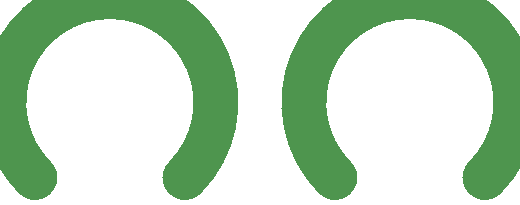
<source format=gbr>
%FSLAX34Y34*%
%MOIN*%
%ADD10C,0.15*%
D10*
G75*
X-2500Y-2500D02*
G03*
X-7500Y-2500I-2500J2500D01*
X2500Y-2500D02*
G02*
X7500Y-2500I2500J2500D01*
M02*

</source>
